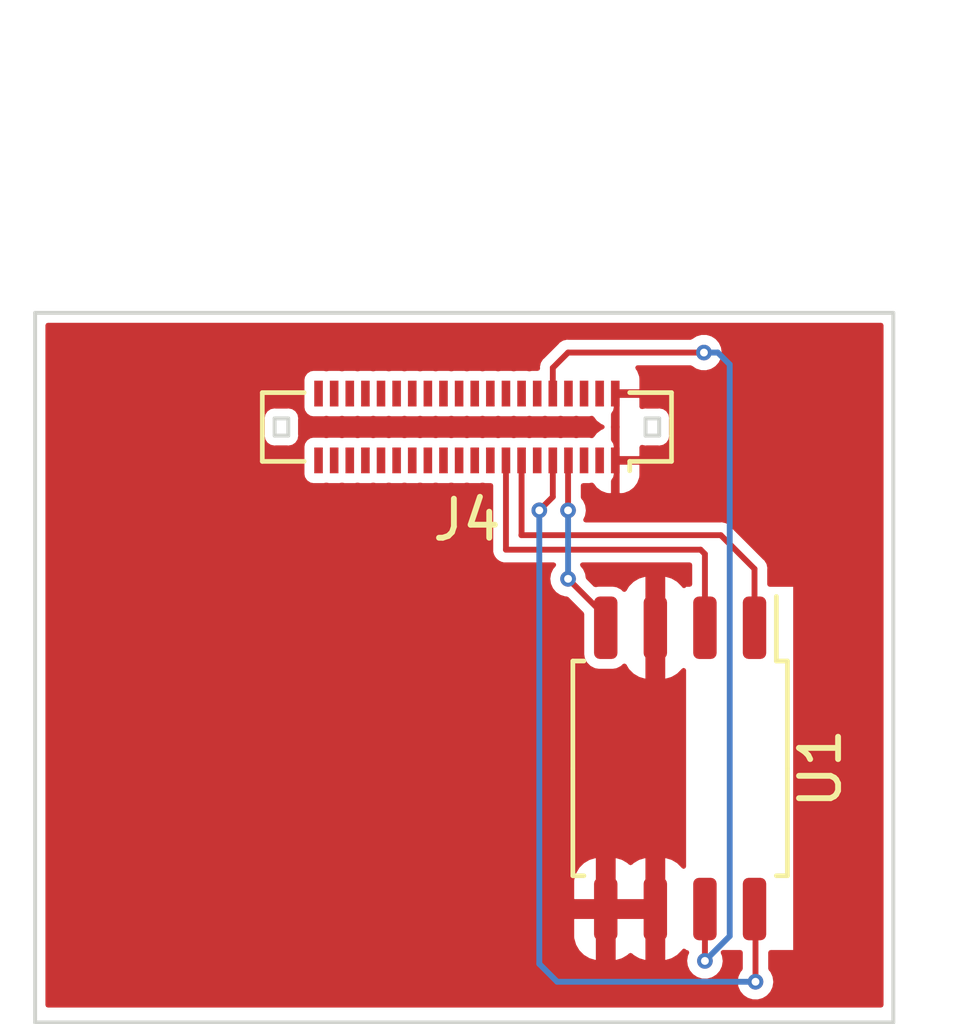
<source format=kicad_pcb>
(kicad_pcb (version 20211014) (generator pcbnew)
  (layers (0 "F.Cu" signal) (31 "B.Cu" signal) (34 "B.Paste" user) (35 "F.Paste" user) (36 "B.SilkS" user "B.Silkscreen") (37 "F.SilkS" user "F.Silkscreen") (38 "B.Mask" user) (39 "F.Mask" user) (44 "Edge.Cuts" user))
  (net 0 "")
  (net 31 "GND1")
  (net 32 "Net-(J4-Pad6)")
  (net 33 "Net-(J4-Pad12)")
  (net 34 "Net-(J4-Pad14)")
  (net 35 "Net-(U1-Pad8)")
  (net 36 "Net-(U1-Pad7)")
  (footprint "Package_SO:SOIC-8_5.275x5.275mm_P1.27mm" (layer "F.Cu") (at 71.12 31.9786 -90)
    (fp_text reference "U1" (at 0 -3.59 90) (layer "F.SilkS"))
    (fp_text value "SPIFLASH")
    (fp_line (start 0 -2.7475) (end 2.7475 -2.7475) (layer "F.SilkS") (width 0.12))
    (fp_line (start 0 2.7475) (end -2.7475 2.7475) (layer "F.SilkS") (width 0.12))
    (fp_line (start 2.7475 -2.7475) (end 2.7475 -2.465) (layer "F.SilkS") (width 0.12))
    (fp_line (start 0 -2.7475) (end -2.7475 -2.7475) (layer "F.SilkS") (width 0.12))
    (fp_line (start 2.7475 2.7475) (end 2.7475 2.465) (layer "F.SilkS") (width 0.12))
    (fp_line (start -2.7475 -2.465) (end -4.4 -2.465) (layer "F.SilkS") (width 0.12))
    (fp_line (start -2.7475 2.7475) (end -2.7475 2.465) (layer "F.SilkS") (width 0.12))
    (fp_line (start -2.7475 -2.7475) (end -2.7475 -2.465) (layer "F.SilkS") (width 0.12))
    (fp_line (start 0 2.7475) (end 2.7475 2.7475) (layer "F.SilkS") (width 0.12))
    (pad "1" smd roundrect (at -3.6 -1.905 270) (size 1.6 0.6) (layers "F.Cu" "F.Paste" "F.Mask") (net 33 "Net-(J4-Pad12)"))
    (pad "2" smd roundrect (at -3.6 -0.635 270) (size 1.6 0.6) (layers "F.Cu" "F.Paste" "F.Mask") (net 34 "Net-(J4-Pad14)"))
    (pad "3" smd roundrect (at -3.6 0.635 270) (size 1.6 0.6) (layers "F.Cu" "F.Paste" "F.Mask") (net 31 "GND1"))
    (pad "4" smd roundrect (at -3.6 1.905 270) (size 1.6 0.6) (layers "F.Cu" "F.Paste" "F.Mask") (net 32 "Net-(J4-Pad6)"))
    (pad "5" smd roundrect (at 3.6 1.905 270) (size 1.6 0.6) (layers "F.Cu" "F.Paste" "F.Mask") (net 31 "GND1"))
    (pad "6" smd roundrect (at 3.6 0.635 270) (size 1.6 0.6) (layers "F.Cu" "F.Paste" "F.Mask") (net 31 "GND1"))
    (pad "7" smd roundrect (at 3.6 -0.635 270) (size 1.6 0.6) (layers "F.Cu" "F.Paste" "F.Mask") (net 36 "Net-(U1-Pad7)"))
    (pad "8" smd roundrect (at 3.6 -1.905 270) (size 1.6 0.6) (layers "F.Cu" "F.Paste" "F.Mask") (net 35 "Net-(U1-Pad8)"))
  )
  (footprint "Connector_Molex:Molex_SlimStack_502430-4010_2x20_P0.40mm_Vertical" (layer "F.Cu") (at 65.659 23.241 180)
    (fp_text reference "J4" (at 0 -2.38) (layer "F.SilkS"))
    (fp_text value "Conn_02x20_Counter_Clockwise")
    (fp_line (start 5.24 0.88) (end 5.24 -0.88) (layer "F.SilkS") (width 0.12))
    (fp_line (start 5.24 -0.88) (end 4.17 -0.88) (layer "F.SilkS") (width 0.12))
    (fp_line (start -5.24 -0.88) (end -4.17 -0.88) (layer "F.SilkS") (width 0.12))
    (fp_line (start 4.17 0.88) (end 5.24 0.88) (layer "F.SilkS") (width 0.12))
    (fp_line (start -5.24 0.88) (end -5.24 -0.88) (layer "F.SilkS") (width 0.12))
    (fp_line (start -4.17 -0.88) (end -4.17 -1.12) (layer "F.SilkS") (width 0.12))
    (fp_line (start -4.17 0.88) (end -5.24 0.88) (layer "F.SilkS") (width 0.12))
    (fp_line (start -4.575 0.22) (end -4.575 -0.22) (layer "Edge.Cuts") (width 0.1))
    (fp_line (start 4.575 -0.22) (end 4.575 0.22) (layer "Edge.Cuts") (width 0.1))
    (fp_line (start 4.925 0.22) (end 4.925 -0.22) (layer "Edge.Cuts") (width 0.1))
    (fp_line (start -4.925 -0.22) (end -4.925 0.22) (layer "Edge.Cuts") (width 0.1))
    (fp_line (start -4.925 0.22) (end -4.575 0.22) (layer "Edge.Cuts") (width 0.1))
    (fp_line (start -4.575 -0.22) (end -4.925 -0.22) (layer "Edge.Cuts") (width 0.1))
    (fp_line (start 4.925 -0.22) (end 4.575 -0.22) (layer "Edge.Cuts") (width 0.1))
    (fp_line (start 4.575 0.22) (end 4.925 0.22) (layer "Edge.Cuts") (width 0.1))
    (pad "1" smd rect (at -3.8 -0.855 180) (size 0.22 0.66) (layers "F.Cu" "F.Paste" "F.Mask") (net 31 "GND1"))
    (pad "2" smd rect (at -3.8 0.855 180) (size 0.22 0.66) (layers "F.Cu" "F.Paste" "F.Mask") (net 31 "GND1"))
    (pad "3" smd rect (at -3.4 -0.855 180) (size 0.22 0.66) (layers "F.Cu" "F.Paste" "F.Mask"))
    (pad "4" smd rect (at -3.4 0.855 180) (size 0.22 0.66) (layers "F.Cu" "F.Paste" "F.Mask"))
    (pad "5" smd rect (at -3 -0.855 180) (size 0.22 0.66) (layers "F.Cu" "F.Paste" "F.Mask"))
    (pad "6" smd rect (at -3 0.855 180) (size 0.22 0.66) (layers "F.Cu" "F.Paste" "F.Mask") (net 32 "Net-(J4-Pad6)"))
    (pad "7" smd rect (at -2.6 -0.855 180) (size 0.22 0.66) (layers "F.Cu" "F.Paste" "F.Mask") (net 32 "Net-(J4-Pad6)"))
    (pad "8" smd rect (at -2.6 0.855 180) (size 0.22 0.66) (layers "F.Cu" "F.Paste" "F.Mask"))
    (pad "9" smd rect (at -2.2 -0.855 180) (size 0.22 0.66) (layers "F.Cu" "F.Paste" "F.Mask") (net 35 "Net-(U1-Pad8)"))
    (pad "10" smd rect (at -2.2 0.855 180) (size 0.22 0.66) (layers "F.Cu" "F.Paste" "F.Mask") (net 36 "Net-(U1-Pad7)"))
    (pad "11" smd rect (at -1.8 -0.855 180) (size 0.22 0.66) (layers "F.Cu" "F.Paste" "F.Mask"))
    (pad "12" smd rect (at -1.8 0.855 180) (size 0.22 0.66) (layers "F.Cu" "F.Paste" "F.Mask") (net 33 "Net-(J4-Pad12)"))
    (pad "13" smd rect (at -1.4 -0.855 180) (size 0.22 0.66) (layers "F.Cu" "F.Paste" "F.Mask") (net 33 "Net-(J4-Pad12)"))
    (pad "14" smd rect (at -1.4 0.855 180) (size 0.22 0.66) (layers "F.Cu" "F.Paste" "F.Mask") (net 34 "Net-(J4-Pad14)"))
    (pad "15" smd rect (at -1 -0.855 180) (size 0.22 0.66) (layers "F.Cu" "F.Paste" "F.Mask") (net 34 "Net-(J4-Pad14)"))
    (pad "16" smd rect (at -1 0.855 180) (size 0.22 0.66) (layers "F.Cu" "F.Paste" "F.Mask"))
    (pad "17" smd rect (at -0.6 -0.855 180) (size 0.22 0.66) (layers "F.Cu" "F.Paste" "F.Mask"))
    (pad "18" smd rect (at -0.6 0.855 180) (size 0.22 0.66) (layers "F.Cu" "F.Paste" "F.Mask"))
    (pad "19" smd rect (at -0.2 -0.855 180) (size 0.22 0.66) (layers "F.Cu" "F.Paste" "F.Mask"))
    (pad "20" smd rect (at -0.2 0.855 180) (size 0.22 0.66) (layers "F.Cu" "F.Paste" "F.Mask"))
    (pad "21" smd rect (at 0.2 -0.855 180) (size 0.22 0.66) (layers "F.Cu" "F.Paste" "F.Mask"))
    (pad "22" smd rect (at 0.2 0.855 180) (size 0.22 0.66) (layers "F.Cu" "F.Paste" "F.Mask"))
    (pad "23" smd rect (at 0.6 -0.855 180) (size 0.22 0.66) (layers "F.Cu" "F.Paste" "F.Mask"))
    (pad "24" smd rect (at 0.6 0.855 180) (size 0.22 0.66) (layers "F.Cu" "F.Paste" "F.Mask"))
    (pad "25" smd rect (at 1 -0.855 180) (size 0.22 0.66) (layers "F.Cu" "F.Paste" "F.Mask"))
    (pad "26" smd rect (at 1 0.855 180) (size 0.22 0.66) (layers "F.Cu" "F.Paste" "F.Mask"))
    (pad "27" smd rect (at 1.4 -0.855 180) (size 0.22 0.66) (layers "F.Cu" "F.Paste" "F.Mask"))
    (pad "28" smd rect (at 1.4 0.855 180) (size 0.22 0.66) (layers "F.Cu" "F.Paste" "F.Mask"))
    (pad "29" smd rect (at 1.8 -0.855 180) (size 0.22 0.66) (layers "F.Cu" "F.Paste" "F.Mask"))
    (pad "30" smd rect (at 1.8 0.855 180) (size 0.22 0.66) (layers "F.Cu" "F.Paste" "F.Mask"))
    (pad "31" smd rect (at 2.2 -0.855 180) (size 0.22 0.66) (layers "F.Cu" "F.Paste" "F.Mask"))
    (pad "32" smd rect (at 2.2 0.855 180) (size 0.22 0.66) (layers "F.Cu" "F.Paste" "F.Mask"))
    (pad "33" smd rect (at 2.6 -0.855 180) (size 0.22 0.66) (layers "F.Cu" "F.Paste" "F.Mask"))
    (pad "34" smd rect (at 2.6 0.855 180) (size 0.22 0.66) (layers "F.Cu" "F.Paste" "F.Mask"))
    (pad "35" smd rect (at 3 -0.855 180) (size 0.22 0.66) (layers "F.Cu" "F.Paste" "F.Mask"))
    (pad "36" smd rect (at 3 0.855 180) (size 0.22 0.66) (layers "F.Cu" "F.Paste" "F.Mask"))
    (pad "37" smd rect (at 3.4 -0.855 180) (size 0.22 0.66) (layers "F.Cu" "F.Paste" "F.Mask"))
    (pad "38" smd rect (at 3.4 0.855 180) (size 0.22 0.66) (layers "F.Cu" "F.Paste" "F.Mask"))
    (pad "39" smd rect (at 3.8 -0.855 180) (size 0.22 0.66) (layers "F.Cu" "F.Paste" "F.Mask"))
    (pad "40" smd rect (at 3.8 0.855 180) (size 0.22 0.66) (layers "F.Cu" "F.Paste" "F.Mask"))
  )
  (gr_line (start 76.58 38.481) (end 54.6 38.481) (layer "Edge.Cuts") (width 0.1))
  (gr_line (start 54.6 20.32) (end 76.58 20.32) (layer "Edge.Cuts") (width 0.1))
  (gr_line (start 76.58 20.32) (end 76.58 38.481) (layer "Edge.Cuts") (width 0.1))
  (gr_line (start 54.6 38.481) (end 54.6 20.32) (layer "Edge.Cuts") (width 0.1))
  (segment (start 69.215 28.0924) (end 68.2498 27.1272) (width 0.15) (layer "F.Cu") (net 32))
  (segment (start 68.2498 25.3746) (end 68.2498 24.1052) (width 0.15) (layer "F.Cu") (net 32))
  (segment (start 69.215 28.3786) (end 69.215 28.0924) (width 0.15) (layer "F.Cu") (net 32))
  (segment (start 68.2498 24.1052) (end 68.259 24.096) (width 0.15) (layer "F.Cu") (net 32))
  (via (at 68.2498 25.3746) (size 0.4) (drill 0.2) (layers "F.Cu" "B.Cu") (net 32))
  (via (at 68.2498 27.1272) (size 0.4) (drill 0.2) (layers "F.Cu" "B.Cu") (net 32))
  (segment (start 68.2498 27.1272) (end 68.2498 25.3746) (width 0.15) (layer "B.Cu") (net 32))
  (segment (start 67.059 26.0066) (end 67.059 24.096) (width 0.15) (layer "F.Cu") (net 33))
  (segment (start 67.056 26.0096) (end 67.059 26.0066) (width 0.15) (layer "F.Cu") (net 33))
  (segment (start 73.025 26.8732) (end 72.1614 26.0096) (width 0.15) (layer "F.Cu") (net 33))
  (segment (start 73.025 28.3786) (end 73.025 26.8732) (width 0.15) (layer "F.Cu") (net 33))
  (segment (start 72.1614 26.0096) (end 67.056 26.0096) (width 0.15) (layer "F.Cu") (net 33))
  (segment (start 66.659 24.096) (end 66.659 26.3812) (width 0.15) (layer "F.Cu") (net 34))
  (segment (start 71.644 26.3812) (end 71.755 26.4922) (width 0.15) (layer "F.Cu") (net 34))
  (segment (start 71.755 26.4922) (end 71.755 28.3786) (width 0.15) (layer "F.Cu") (net 34))
  (segment (start 66.659 26.3812) (end 71.644 26.3812) (width 0.15) (layer "F.Cu") (net 34))
  (segment (start 73.0504 35.604) (end 73.025 35.5786) (width 0.15) (layer "F.Cu") (net 35))
  (segment (start 67.859 24.096) (end 67.859 25.0288) (width 0.15) (layer "F.Cu") (net 35))
  (segment (start 73.0504 37.4396) (end 73.0504 35.604) (width 0.15) (layer "F.Cu") (net 35))
  (segment (start 67.859 25.0288) (end 67.5132 25.3746) (width 0.15) (layer "F.Cu") (net 35))
  (via (at 73.0504 37.4396) (size 0.4) (drill 0.2) (layers "F.Cu" "B.Cu") (net 35))
  (via (at 67.5132 25.3746) (size 0.4) (drill 0.2) (layers "F.Cu" "B.Cu") (net 35))
  (segment (start 67.5132 25.3746) (end 67.5132 36.9824) (width 0.15) (layer "B.Cu") (net 35))
  (segment (start 67.9704 37.4396) (end 73.0504 37.4396) (width 0.15) (layer "B.Cu") (net 35))
  (segment (start 67.5132 36.9824) (end 67.9704 37.4396) (width 0.15) (layer "B.Cu") (net 35))
  (segment (start 67.859 22.386) (end 67.859 21.7268) (width 0.15) (layer "F.Cu") (net 36))
  (segment (start 67.859 21.7268) (end 68.2498 21.336) (width 0.15) (layer "F.Cu") (net 36))
  (segment (start 71.755 36.9062) (end 71.755 35.5786) (width 0.15) (layer "F.Cu") (net 36))
  (segment (start 68.2498 21.336) (end 71.7296 21.336) (width 0.15) (layer "F.Cu") (net 36))
  (via (at 71.7296 21.336) (size 0.4) (drill 0.2) (layers "F.Cu" "B.Cu") (net 36))
  (via (at 71.755 36.9062) (size 0.4) (drill 0.2) (layers "F.Cu" "B.Cu") (net 36))
  (segment (start 72.0852 21.336) (end 72.39 21.6408) (width 0.15) (layer "B.Cu") (net 36))
  (segment (start 71.7296 21.336) (end 72.0852 21.336) (width 0.15) (layer "B.Cu") (net 36))
  (segment (start 72.39 36.2712) (end 71.755 36.9062) (width 0.15) (layer "B.Cu") (net 36))
  (segment (start 72.39 21.6408) (end 72.39 36.2712) (width 0.15) (layer "B.Cu") (net 36))
  (zone (net 0) (net_name "") (layer "F.Cu") (connect_pads (clearance 0)) (min_thickness 0.254)
    (keepout (tracks allowed) (vias allowed) (pads allowed) (copperpour not_allowed) (footprints allowed))
    (fill (thermal_gap 0.508) (thermal_bridge_width 0.508))
    (polygon (pts (xy 74.0156 36.6268) (xy 71.2724 36.6268) (xy 71.2724 27.3304) (xy 74.0156 27.3304)))
  )
  (zone (net 31) (net_name "GND1") (layers F&B.Cu) (connect_pads (clearance 0.25)) (min_thickness 0.125) (fill yes (thermal_gap 0.508) (thermal_bridge_width 0.508))
    (polygon (pts (xy 76.3778 38.1) (xy 54.864 38.1) (xy 54.864 20.574) (xy 76.3778 20.574)))
  )
)
</source>
